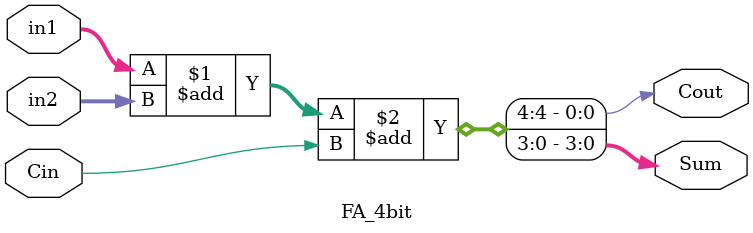
<source format=v>
module FA_4bit(Sum, Cout, in1, in2, Cin);
input [3:0] in1, in2;
input Cin;
output [3:0]Sum;
output Cout;

assign {Cout, Sum} = in1 + in2 + Cin;
//                     10    9   1 => 20 => 10100 => Cout = 1 , Sum = 0100 
//                     7     3   0 => 10 => 1010 => Cout = 0 , Sum = 1010 


endmodule
</source>
